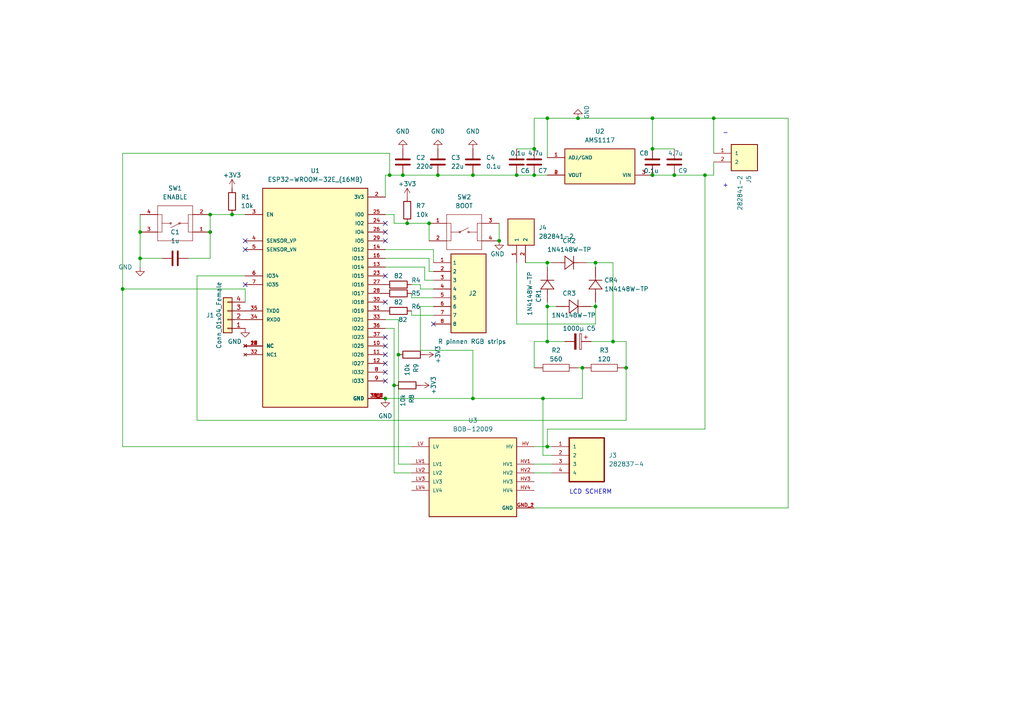
<source format=kicad_sch>
(kicad_sch (version 20211123) (generator eeschema)
  (paper "A4")
  (lib_symbols
    (symbol "1825910-6:1825910-6" (pin_names (offset 1.016) hide)
      (property "Reference" "SW" (at -5.08 5.842 0))
      (property "Value" "1825910-6" (at -5.08 -7.62 0))
      (symbol "1825910-6_0_0"
        (circle (center -1.27 0) (radius 0.254) (stroke (width 0.127)))
        (polyline (pts (xy -5.08 -5.08) (xy 5.08 -5.08)) (stroke (width 0.127)))
        (polyline (pts (xy -5.08 -2.54) (xy -5.08 -5.08)) (stroke (width 0.127)))
        (polyline (pts (xy -5.08 2.54) (xy -5.08 -2.54)) (stroke (width 0.127)))
        (polyline (pts (xy -5.08 2.54) (xy -3.81 2.54)) (stroke (width 0.127)))
        (polyline (pts (xy -5.08 5.08) (xy -5.08 2.54)) (stroke (width 0.127)))
        (polyline (pts (xy -5.08 5.08) (xy 5.08 5.08)) (stroke (width 0.127)))
        (polyline (pts (xy -3.81 -2.54) (xy -5.08 -2.54)) (stroke (width 0.127)))
        (polyline (pts (xy -3.81 0) (xy -3.81 -2.54)) (stroke (width 0.127)))
        (polyline (pts (xy -3.81 0) (xy -1.27 0)) (stroke (width 0.127)))
        (polyline (pts (xy -3.81 2.54) (xy -3.81 0)) (stroke (width 0.127)))
        (polyline (pts (xy -1.27 0) (xy 1.27 1.27)) (stroke (width 0.127)))
        (polyline (pts (xy 1.27 0) (xy 3.81 0)) (stroke (width 0.127)))
        (polyline (pts (xy 3.81 -2.54) (xy 5.08 -2.54)) (stroke (width 0.127)))
        (polyline (pts (xy 3.81 0) (xy 3.81 -2.54)) (stroke (width 0.127)))
        (polyline (pts (xy 3.81 0) (xy 3.81 2.54)) (stroke (width 0.127)))
        (polyline (pts (xy 3.81 2.54) (xy 5.08 2.54)) (stroke (width 0.127)))
        (polyline (pts (xy 5.08 -2.54) (xy 5.08 -5.08)) (stroke (width 0.127)))
        (polyline (pts (xy 5.08 2.54) (xy 5.08 -2.54)) (stroke (width 0.127)))
        (polyline (pts (xy 5.08 5.08) (xy 5.08 2.54)) (stroke (width 0.127)))
        (circle (center 1.27 0) (radius 0.254) (stroke (width 0.127)))
        (pin passive line (at -10.16 2.54 0) (length 5.08) (name "~") (number "1"))
        (pin passive line (at -10.16 -2.54 0) (length 5.08) (name "~") (number "2"))
        (pin passive line (at 10.16 2.54 180) (length 5.08) (name "~") (number "3"))
        (pin passive line (at 10.16 -2.54 180) (length 5.08) (name "~") (number "4"))
      )
    )
    (symbol "1N4148W-TP:1N4148W-TP" (pin_numbers hide) (pin_names (offset 1.016) hide)
      (property "Reference" "CR" (at -2.8194 2.6924 0))
      (property "Value" "1N4148W-TP" (at -3.8862 -5.5372 0))
      (symbol "1N4148W-TP_0_0"
        (polyline (pts (xy 2.54 0) (xy 3.81 0)) (stroke (width 0.2032)))
        (polyline (pts (xy 3.81 -1.905) (xy 6.35 0)) (stroke (width 0.2032)))
        (polyline (pts (xy 3.81 0) (xy 3.81 -1.905)) (stroke (width 0.2032)))
        (polyline (pts (xy 3.81 1.905) (xy 3.81 0)) (stroke (width 0.2032)))
        (polyline (pts (xy 6.35 -1.905) (xy 6.35 0)) (stroke (width 0.2032)))
        (polyline (pts (xy 6.35 0) (xy 3.81 1.905)) (stroke (width 0.2032)))
        (polyline (pts (xy 6.35 0) (xy 6.35 1.905)) (stroke (width 0.2032)))
        (polyline (pts (xy 6.35 0) (xy 7.62 0)) (stroke (width 0.2032)))
        (pin passive line (at 10.16 0 180) (length 2.54) (name "~") (number "1"))
        (pin passive line (at 0 0 0) (length 2.54) (name "~") (number "2"))
      )
    )
    (symbol "282837-4:282837-4" (pin_names (offset 1.016))
      (property "Reference" "J" (at 0 12.7 0))
      (property "Value" "282837-4" (at 0 -10.16 0))
      (symbol "282837-4_0_0"
        (rectangle (start -5.08 -5.08) (end 5.08 7.62) (stroke (width 0.4064)) (fill (type background)))
        (pin passive line (at -10.16 5.08 0) (length 5.08) (name "1") (number "1"))
        (pin passive line (at -10.16 2.54 0) (length 5.08) (name "2") (number "2"))
        (pin passive line (at -10.16 0 0) (length 5.08) (name "3") (number "3"))
        (pin passive line (at -10.16 -2.54 0) (length 5.08) (name "4") (number "4"))
      )
    )
    (symbol "282841-2:282841-2" (pin_names (offset 1.016))
      (property "Reference" "J" (at 0 10.16 0))
      (property "Value" "282841-2" (at 0 -7.62 0))
      (symbol "282841-2_0_0"
        (rectangle (start -5.08 -2.54) (end 2.54 5.08) (stroke (width 0.254)) (fill (type background)))
        (pin passive line (at -10.16 2.54 0) (length 5.08) (name "1") (number "1"))
        (pin passive line (at -10.16 0 0) (length 5.08) (name "2") (number "2"))
      )
    )
    (symbol "282841-5:8_pin_connector"
      (property "Reference" "U" (at -5.08 12.7 0))
      (property "Value" "8_pin_connector" (at 0 -13.97 0))
      (symbol "8_pin_connector_0_0"
        (pin passive line (at -10.16 8.89 0) (length 5.08) (name "1") (number "1"))
        (pin passive line (at -10.16 6.35 0) (length 5.08) (name "2") (number "2"))
        (pin passive line (at -10.16 3.81 0) (length 5.08) (name "3") (number "3"))
        (pin passive line (at -10.16 1.27 0) (length 5.08) (name "4") (number "4"))
        (pin passive line (at -10.16 -1.27 0) (length 5.08) (name "5") (number "5"))
        (pin passive line (at -10.16 -3.81 0) (length 5.08) (name "6") (number "6"))
        (pin passive line (at -10.16 -6.35 0) (length 5.08) (name "7") (number "7"))
        (pin passive line (at -10.16 -8.89 0) (length 5.08) (name "8") (number "8"))
      )
      (symbol "8_pin_connector_0_1"
        (rectangle (start -5.08 11.43) (end 5.08 -11.43))
        (rectangle (start -5.08 11.43) (end 5.08 -11.43) (fill (type background)))
        (polyline (pts (xy -5.08 11.43) (xy -5.08 -11.43) (xy 5.08 -11.43) (xy 5.08 11.43) (xy -5.08 11.43)) (stroke (width 0.254)))
      )
    )
    (symbol "AMS1117:AMS1117" (pin_names (offset 1.016))
      (property "Reference" "U" (at -10.16 5.588 0))
      (property "Value" "AMS1117" (at -10.16 -8.128 0))
      (symbol "AMS1117_0_0"
        (rectangle (start -10.16 -5.08) (end 10.16 5.08) (stroke (width 0.254)) (fill (type background)))
        (pin power_in line (at 15.24 -2.54 180) (length 5.08) (name "ADJ/GND") (number "1"))
        (pin output line (at 15.24 2.54 180) (length 5.08) (name "VOUT") (number "2"))
        (pin input line (at -15.24 2.54 0) (length 5.08) (name "VIN") (number "3"))
        (pin output line (at 15.24 2.54 180) (length 5.08) (name "VOUT") (number "4"))
      )
    )
    (symbol "BOB-12009:BOB-12009" (pin_names (offset 1.016))
      (property "Reference" "U" (at -12.7 11.43 0))
      (property "Value" "BOB-12009" (at -12.7 -15.24 0))
      (symbol "BOB-12009_0_0"
        (rectangle (start -12.7 -12.7) (end 12.7 10.16) (stroke (width 0.254)) (fill (type background)))
        (pin power_in line (at 17.78 -10.16 180) (length 5.08) (name "GND") (number "GND_1"))
        (pin power_in line (at 17.78 -10.16 180) (length 5.08) (name "GND") (number "GND_2"))
        (pin bidirectional line (at 17.78 7.62 180) (length 5.08) (name "HV") (number "HV"))
        (pin bidirectional line (at 17.78 2.54 180) (length 5.08) (name "HV1") (number "HV1"))
        (pin bidirectional line (at 17.78 0 180) (length 5.08) (name "HV2") (number "HV2"))
        (pin bidirectional line (at 17.78 -2.54 180) (length 5.08) (name "HV3") (number "HV3"))
        (pin bidirectional line (at 17.78 -5.08 180) (length 5.08) (name "HV4") (number "HV4"))
        (pin bidirectional line (at -17.78 7.62 0) (length 5.08) (name "LV") (number "LV"))
        (pin bidirectional line (at -17.78 2.54 0) (length 5.08) (name "LV1") (number "LV1"))
        (pin bidirectional line (at -17.78 0 0) (length 5.08) (name "LV2") (number "LV2"))
        (pin bidirectional line (at -17.78 -2.54 0) (length 5.08) (name "LV3") (number "LV3"))
        (pin bidirectional line (at -17.78 -5.08 0) (length 5.08) (name "LV4") (number "LV4"))
      )
    )
    (symbol "Connector_Generic:Conn_01x04" (pin_names (offset 1.016) hide)
      (property "Reference" "J" (at 0 5.08 0))
      (property "Value" "Conn_01x04" (at 0 -7.62 0))
      (symbol "Conn_01x04_1_1"
        (rectangle (start -1.27 -4.953) (end 0 -5.207) (stroke (width 0.1524)))
        (rectangle (start -1.27 -2.413) (end 0 -2.667) (stroke (width 0.1524)))
        (rectangle (start -1.27 0.127) (end 0 -0.127) (stroke (width 0.1524)))
        (rectangle (start -1.27 2.667) (end 0 2.413) (stroke (width 0.1524)))
        (rectangle (start -1.27 3.81) (end 1.27 -6.35) (stroke (width 0.254)) (fill (type background)))
        (pin passive line (at -5.08 2.54 0) (length 3.81) (name "Pin_1") (number "1"))
        (pin passive line (at -5.08 0 0) (length 3.81) (name "Pin_2") (number "2"))
        (pin passive line (at -5.08 -2.54 0) (length 3.81) (name "Pin_3") (number "3"))
        (pin passive line (at -5.08 -5.08 0) (length 3.81) (name "Pin_4") (number "4"))
      )
    )
    (symbol "Device:C" (pin_numbers hide) (pin_names (offset 0.254))
      (property "Reference" "C" (at 0.635 2.54 0))
      (property "Value" "C" (at 0.635 -2.54 0))
      (symbol "C_0_1"
        (polyline (pts (xy -2.032 -0.762) (xy 2.032 -0.762)) (stroke (width 0.508)))
        (polyline (pts (xy -2.032 0.762) (xy 2.032 0.762)) (stroke (width 0.508)))
      )
      (symbol "C_1_1"
        (pin passive line (at 0 3.81 270) (length 2.794) (name "~") (number "1"))
        (pin passive line (at 0 -3.81 90) (length 2.794) (name "~") (number "2"))
      )
    )
    (symbol "Device:C_Polarized" (pin_numbers hide) (pin_names (offset 0.254))
      (property "Reference" "C" (at 0.635 2.54 0))
      (property "Value" "C_Polarized" (at 0.635 -2.54 0))
      (symbol "C_Polarized_0_1"
        (rectangle (start -2.286 0.508) (end 2.286 1.016))
        (polyline (pts (xy -1.778 2.286) (xy -0.762 2.286)))
        (polyline (pts (xy -1.27 2.794) (xy -1.27 1.778)))
        (rectangle (start 2.286 -0.508) (end -2.286 -1.016) (fill (type outline)))
      )
      (symbol "C_Polarized_1_1"
        (pin passive line (at 0 3.81 270) (length 2.794) (name "~") (number "1"))
        (pin passive line (at 0 -3.81 90) (length 2.794) (name "~") (number "2"))
      )
    )
    (symbol "Device:R" (pin_numbers hide) (pin_names (offset 0))
      (property "Reference" "R" (at 2.032 0 90))
      (property "Value" "R" (at 0 0 90))
      (symbol "R_0_1"
        (rectangle (start -1.016 -2.54) (end 1.016 2.54) (stroke (width 0.254)))
      )
      (symbol "R_1_1"
        (pin passive line (at 0 3.81 270) (length 1.27) (name "~") (number "1"))
        (pin passive line (at 0 -3.81 90) (length 1.27) (name "~") (number "2"))
      )
    )
    (symbol "ESP32-WROOM-32E__16MB_:ESP32-WROOM-32E_(16MB)" (pin_names (offset 1.016))
      (property "Reference" "U" (at -15.24 33.909 0))
      (property "Value" "ESP32-WROOM-32E_(16MB)" (at -15.24 -33.02 0))
      (symbol "ESP32-WROOM-32E_(16MB)_0_0"
        (rectangle (start -15.24 -30.48) (end 15.24 33.02) (stroke (width 0.254)) (fill (type background)))
        (pin power_in line (at 20.32 -27.94 180) (length 5.08) (name "GND") (number "1"))
        (pin bidirectional line (at 20.32 -12.7 180) (length 5.08) (name "IO25") (number "10"))
        (pin bidirectional line (at 20.32 -15.24 180) (length 5.08) (name "IO26") (number "11"))
        (pin bidirectional line (at 20.32 -17.78 180) (length 5.08) (name "IO27") (number "12"))
        (pin bidirectional line (at 20.32 10.16 180) (length 5.08) (name "IO14") (number "13"))
        (pin bidirectional line (at 20.32 15.24 180) (length 5.08) (name "IO12") (number "14"))
        (pin power_in line (at 20.32 -27.94 180) (length 5.08) (name "GND") (number "15"))
        (pin bidirectional line (at 20.32 12.7 180) (length 5.08) (name "IO13") (number "16"))
        (pin no_connect line (at -20.32 -12.7 0) (length 5.08) (name "NC") (number "17"))
        (pin no_connect line (at -20.32 -12.7 0) (length 5.08) (name "NC") (number "18"))
        (pin no_connect line (at -20.32 -12.7 0) (length 5.08) (name "NC") (number "19"))
        (pin power_in line (at 20.32 30.48 180) (length 5.08) (name "3V3") (number "2"))
        (pin no_connect line (at -20.32 -12.7 0) (length 5.08) (name "NC") (number "20"))
        (pin no_connect line (at -20.32 -12.7 0) (length 5.08) (name "NC") (number "21"))
        (pin no_connect line (at -20.32 -12.7 0) (length 5.08) (name "NC") (number "22"))
        (pin bidirectional line (at 20.32 7.62 180) (length 5.08) (name "IO15") (number "23"))
        (pin bidirectional line (at 20.32 22.86 180) (length 5.08) (name "IO2") (number "24"))
        (pin bidirectional line (at 20.32 25.4 180) (length 5.08) (name "IO0") (number "25"))
        (pin bidirectional line (at 20.32 20.32 180) (length 5.08) (name "IO4") (number "26"))
        (pin bidirectional line (at 20.32 5.08 180) (length 5.08) (name "IO16") (number "27"))
        (pin bidirectional line (at 20.32 2.54 180) (length 5.08) (name "IO17") (number "28"))
        (pin bidirectional line (at 20.32 17.78 180) (length 5.08) (name "IO5") (number "29"))
        (pin input line (at -20.32 25.4 0) (length 5.08) (name "EN") (number "3"))
        (pin bidirectional line (at 20.32 0 180) (length 5.08) (name "IO18") (number "30"))
        (pin bidirectional line (at 20.32 -2.54 180) (length 5.08) (name "IO19") (number "31"))
        (pin no_connect line (at -20.32 -15.24 0) (length 5.08) (name "NC1") (number "32"))
        (pin bidirectional line (at 20.32 -5.08 180) (length 5.08) (name "IO21") (number "33"))
        (pin bidirectional line (at -20.32 -5.08 0) (length 5.08) (name "RXD0") (number "34"))
        (pin bidirectional line (at -20.32 -2.54 0) (length 5.08) (name "TXD0") (number "35"))
        (pin bidirectional line (at 20.32 -7.62 180) (length 5.08) (name "IO22") (number "36"))
        (pin bidirectional line (at 20.32 -10.16 180) (length 5.08) (name "IO23") (number "37"))
        (pin power_in line (at 20.32 -27.94 180) (length 5.08) (name "GND") (number "38"))
        (pin power_in line (at 20.32 -27.94 180) (length 5.08) (name "GND") (number "39_1"))
        (pin power_in line (at 20.32 -27.94 180) (length 5.08) (name "GND") (number "39_2"))
        (pin power_in line (at 20.32 -27.94 180) (length 5.08) (name "GND") (number "39_3"))
        (pin power_in line (at 20.32 -27.94 180) (length 5.08) (name "GND") (number "39_4"))
        (pin power_in line (at 20.32 -27.94 180) (length 5.08) (name "GND") (number "39_5"))
        (pin power_in line (at 20.32 -27.94 180) (length 5.08) (name "GND") (number "39_6"))
        (pin power_in line (at 20.32 -27.94 180) (length 5.08) (name "GND") (number "39_7"))
        (pin power_in line (at 20.32 -27.94 180) (length 5.08) (name "GND") (number "39_8"))
        (pin power_in line (at 20.32 -27.94 180) (length 5.08) (name "GND") (number "39_9"))
        (pin input line (at -20.32 17.78 0) (length 5.08) (name "SENSOR_VP") (number "4"))
        (pin input line (at -20.32 15.24 0) (length 5.08) (name "SENSOR_VN") (number "5"))
        (pin input line (at -20.32 7.62 0) (length 5.08) (name "IO34") (number "6"))
        (pin input line (at -20.32 5.08 0) (length 5.08) (name "IO35") (number "7"))
        (pin bidirectional line (at 20.32 -20.32 180) (length 5.08) (name "IO32") (number "8"))
        (pin bidirectional line (at 20.32 -22.86 180) (length 5.08) (name "IO33") (number "9"))
      )
    )
    (symbol "power:+3V3" (power) (pin_names (offset 0))
      (property "Value" "+3V3" (at 0 3.556 0))
      (symbol "+3V3_0_1"
        (polyline (pts (xy -0.762 1.27) (xy 0 2.54)))
        (polyline (pts (xy 0 0) (xy 0 2.54)))
        (polyline (pts (xy 0 2.54) (xy 0.762 1.27)))
      )
      (symbol "+3V3_1_1"
        (pin power_in line (at 0 0 90) (length 0) hide (name "+3V3") (number "1"))
      )
    )
    (symbol "power:GND" (power) (pin_names (offset 0))
      (property "Value" "GND" (at 0 -3.81 0))
      (symbol "GND_0_1"
        (polyline (pts (xy 0 0) (xy 0 -1.27) (xy 1.27 -1.27) (xy 0 -2.54) (xy -1.27 -1.27) (xy 0 -1.27)))
      )
      (symbol "GND_1_1"
        (pin power_in line (at 0 0 270) (length 0) hide (name "GND") (number "1"))
      )
    )
    (symbol "pspice:R" (pin_numbers hide) (pin_names (offset 0))
      (property "Reference" "R" (at 2.032 0 90))
      (property "Value" "R" (at 0 0 90))
      (symbol "R_0_1"
        (rectangle (start -1.016 3.81) (end 1.016 -3.81))
      )
      (symbol "R_1_1"
        (pin passive line (at 0 6.35 270) (length 2.54) (name "~") (number "1"))
        (pin passive line (at 0 -6.35 90) (length 2.54) (name "~") (number "2"))
      )
    )
  )
  (junction (at 172.72 76.2))
  (junction (at 172.72 88.9))
  (junction (at 111.76 115.57))
  (junction (at 40.64 74.93))
  (junction (at 137.16 50.8))
  (junction (at 124.46 64.77))
  (junction (at 189.23 50.8))
  (junction (at 114.3 111.76))
  (junction (at 168.91 106.68))
  (junction (at 60.96 67.31))
  (junction (at 40.64 67.31))
  (junction (at 181.61 106.68))
  (junction (at 189.23 34.29))
  (junction (at 158.75 76.2))
  (junction (at 189.23 43.18))
  (junction (at 144.78 69.85))
  (junction (at 60.96 62.23))
  (junction (at 167.64 34.29))
  (junction (at 158.75 99.06))
  (junction (at 157.48 115.57))
  (junction (at 149.86 50.8))
  (junction (at 35.56 83.82))
  (junction (at 158.75 88.9))
  (junction (at 115.57 102.87))
  (junction (at 207.01 34.29))
  (junction (at 195.58 50.8))
  (junction (at 158.75 129.54))
  (junction (at 118.11 64.77))
  (junction (at 137.16 115.57))
  (junction (at 158.75 34.29))
  (junction (at 116.84 50.8))
  (junction (at 204.47 50.8))
  (junction (at 177.8 99.06))
  (junction (at 154.94 50.8))
  (junction (at 113.03 50.8))
  (junction (at 154.94 43.18))
  (junction (at 67.31 62.23))
  (junction (at 127 50.8))
  (no_connect (at 71.12 82.55))
  (no_connect (at 111.76 110.49))
  (no_connect (at 111.76 80.01))
  (no_connect (at 111.76 97.79))
  (no_connect (at 71.12 72.39))
  (no_connect (at 71.12 69.85))
  (no_connect (at 111.76 87.63))
  (no_connect (at 111.76 102.87))
  (no_connect (at 111.76 100.33))
  (no_connect (at 111.76 67.31))
  (no_connect (at 111.76 69.85))
  (no_connect (at 125.73 93.98))
  (no_connect (at 111.76 105.41))
  (no_connect (at 111.76 107.95))
  (no_connect (at 111.76 64.77))
  (wire (pts (xy 158.75 87.63) (xy 158.75 88.9)))
  (wire (pts (xy 67.31 62.23) (xy 71.12 62.23)))
  (wire (pts (xy 125.73 72.39) (xy 125.73 76.2)))
  (wire (pts (xy 228.6 34.29) (xy 207.01 34.29)))
  (wire (pts (xy 149.86 50.8) (xy 154.94 50.8)))
  (wire (pts (xy 114.3 62.23) (xy 114.3 64.77)))
  (wire (pts (xy 113.03 44.45) (xy 113.03 50.8)))
  (wire (pts (xy 172.72 76.2) (xy 172.72 77.47)))
  (wire (pts (xy 158.75 88.9) (xy 158.75 99.06)))
  (wire (pts (xy 119.38 137.16) (xy 114.3 137.16)))
  (wire (pts (xy 54.61 74.93) (xy 60.96 74.93)))
  (wire (pts (xy 167.64 34.29) (xy 158.75 34.29)))
  (wire (pts (xy 189.23 34.29) (xy 167.64 34.29)))
  (wire (pts (xy 111.76 50.8) (xy 113.03 50.8)))
  (wire (pts (xy 204.47 50.8) (xy 204.47 124.46)))
  (wire (pts (xy 154.94 137.16) (xy 160.02 137.16)))
  (wire (pts (xy 158.75 34.29) (xy 158.75 45.72)))
  (wire (pts (xy 124.46 78.74) (xy 125.73 78.74)))
  (wire (pts (xy 181.61 106.68) (xy 181.61 99.06)))
  (wire (pts (xy 116.84 50.8) (xy 127 50.8)))
  (wire (pts (xy 171.45 88.9) (xy 172.72 88.9)))
  (wire (pts (xy 121.92 83.82) (xy 125.73 83.82)))
  (wire (pts (xy 181.61 99.06) (xy 177.8 99.06)))
  (wire (pts (xy 119.38 86.36) (xy 125.73 86.36)))
  (wire (pts (xy 113.03 50.8) (xy 116.84 50.8)))
  (wire (pts (xy 195.58 50.8) (xy 204.47 50.8)))
  (wire (pts (xy 168.91 106.68) (xy 168.91 115.57)))
  (wire (pts (xy 189.23 43.18) (xy 189.23 34.29)))
  (wire (pts (xy 137.16 115.57) (xy 157.48 115.57)))
  (wire (pts (xy 71.12 87.63) (xy 71.12 83.82)))
  (wire (pts (xy 170.18 76.2) (xy 172.72 76.2)))
  (wire (pts (xy 171.45 99.06) (xy 177.8 99.06)))
  (wire (pts (xy 157.48 132.08) (xy 160.02 132.08)))
  (wire (pts (xy 115.57 92.71) (xy 111.76 92.71)))
  (wire (pts (xy 157.48 115.57) (xy 157.48 132.08)))
  (wire (pts (xy 111.76 72.39) (xy 125.73 72.39)))
  (wire (pts (xy 40.64 74.93) (xy 40.64 77.47)))
  (wire (pts (xy 189.23 43.18) (xy 195.58 43.18)))
  (wire (pts (xy 114.3 64.77) (xy 118.11 64.77)))
  (wire (pts (xy 40.64 67.31) (xy 40.64 62.23)))
  (wire (pts (xy 114.3 95.25) (xy 111.76 95.25)))
  (wire (pts (xy 154.94 134.62) (xy 160.02 134.62)))
  (wire (pts (xy 35.56 83.82) (xy 35.56 44.45)))
  (wire (pts (xy 207.01 46.99) (xy 207.01 50.8)))
  (wire (pts (xy 111.76 77.47) (xy 123.19 77.47)))
  (wire (pts (xy 119.38 82.55) (xy 121.92 82.55)))
  (wire (pts (xy 158.75 99.06) (xy 163.83 99.06)))
  (wire (pts (xy 154.94 34.29) (xy 154.94 43.18)))
  (wire (pts (xy 158.75 34.29) (xy 154.94 34.29)))
  (wire (pts (xy 111.76 50.8) (xy 111.76 57.15)))
  (wire (pts (xy 123.19 81.28) (xy 125.73 81.28)))
  (wire (pts (xy 119.38 90.17) (xy 119.38 91.44)))
  (wire (pts (xy 119.38 134.62) (xy 115.57 134.62)))
  (wire (pts (xy 204.47 50.8) (xy 207.01 50.8)))
  (wire (pts (xy 127 50.8) (xy 137.16 50.8)))
  (wire (pts (xy 207.01 34.29) (xy 189.23 34.29)))
  (wire (pts (xy 124.46 74.93) (xy 124.46 78.74)))
  (wire (pts (xy 181.61 106.68) (xy 181.61 121.92)))
  (wire (pts (xy 123.19 77.47) (xy 123.19 81.28)))
  (wire (pts (xy 40.64 67.31) (xy 40.64 74.93)))
  (wire (pts (xy 60.96 74.93) (xy 60.96 67.31)))
  (wire (pts (xy 172.72 88.9) (xy 172.72 93.98)))
  (wire (pts (xy 111.76 74.93) (xy 124.46 74.93)))
  (wire (pts (xy 35.56 83.82) (xy 35.56 129.54)))
  (wire (pts (xy 35.56 44.45) (xy 113.03 44.45)))
  (wire (pts (xy 152.4 76.2) (xy 158.75 76.2)))
  (wire (pts (xy 40.64 74.93) (xy 46.99 74.93)))
  (wire (pts (xy 189.23 50.8) (xy 195.58 50.8)))
  (wire (pts (xy 154.94 129.54) (xy 158.75 129.54)))
  (wire (pts (xy 228.6 147.32) (xy 228.6 34.29)))
  (wire (pts (xy 115.57 92.71) (xy 115.57 102.87)))
  (wire (pts (xy 172.72 87.63) (xy 172.72 88.9)))
  (wire (pts (xy 144.78 64.77) (xy 144.78 69.85)))
  (wire (pts (xy 158.75 76.2) (xy 158.75 77.47)))
  (wire (pts (xy 172.72 76.2) (xy 177.8 76.2)))
  (wire (pts (xy 157.48 115.57) (xy 168.91 115.57)))
  (wire (pts (xy 207.01 44.45) (xy 207.01 34.29)))
  (wire (pts (xy 158.75 76.2) (xy 160.02 76.2)))
  (wire (pts (xy 154.94 99.06) (xy 158.75 99.06)))
  (wire (pts (xy 121.92 88.9) (xy 121.92 101.6)))
  (wire (pts (xy 125.73 88.9) (xy 121.92 88.9)))
  (wire (pts (xy 158.75 88.9) (xy 161.29 88.9)))
  (wire (pts (xy 149.86 43.18) (xy 154.94 43.18)))
  (wire (pts (xy 57.15 121.92) (xy 181.61 121.92)))
  (wire (pts (xy 114.3 111.76) (xy 114.3 95.25)))
  (wire (pts (xy 124.46 64.77) (xy 124.46 69.85)))
  (wire (pts (xy 121.92 101.6) (xy 137.16 101.6)))
  (wire (pts (xy 57.15 121.92) (xy 57.15 80.01)))
  (wire (pts (xy 158.75 124.46) (xy 204.47 124.46)))
  (wire (pts (xy 114.3 62.23) (xy 111.76 62.23)))
  (wire (pts (xy 60.96 67.31) (xy 60.96 62.23)))
  (wire (pts (xy 35.56 129.54) (xy 119.38 129.54)))
  (wire (pts (xy 71.12 83.82) (xy 35.56 83.82)))
  (wire (pts (xy 177.8 76.2) (xy 177.8 99.06)))
  (wire (pts (xy 154.94 106.68) (xy 154.94 99.06)))
  (wire (pts (xy 154.94 50.8) (xy 158.75 50.8)))
  (wire (pts (xy 158.75 124.46) (xy 158.75 129.54)))
  (wire (pts (xy 167.64 106.68) (xy 168.91 106.68)))
  (wire (pts (xy 114.3 137.16) (xy 114.3 111.76)))
  (wire (pts (xy 60.96 62.23) (xy 67.31 62.23)))
  (wire (pts (xy 158.75 129.54) (xy 160.02 129.54)))
  (wire (pts (xy 111.76 115.57) (xy 137.16 115.57)))
  (wire (pts (xy 137.16 50.8) (xy 149.86 50.8)))
  (wire (pts (xy 57.15 80.01) (xy 71.12 80.01)))
  (wire (pts (xy 119.38 85.09) (xy 119.38 86.36)))
  (wire (pts (xy 121.92 82.55) (xy 121.92 83.82)))
  (wire (pts (xy 118.11 64.77) (xy 124.46 64.77)))
  (wire (pts (xy 137.16 101.6) (xy 137.16 115.57)))
  (wire (pts (xy 154.94 147.32) (xy 228.6 147.32)))
  (wire (pts (xy 119.38 91.44) (xy 125.73 91.44)))
  (wire (pts (xy 115.57 102.87) (xy 115.57 134.62)))
  (wire (pts (xy 149.86 93.98) (xy 172.72 93.98)))
  (wire (pts (xy 149.86 76.2) (xy 149.86 93.98)))
  (text "LCD SCHERM" (at 165.1 143.51 0) (effects (font (size 1.27 1.27)) (justify left bottom)))
  (text "-" (at 209.55 39.37 0) (effects (font (size 1.27 1.27)) (justify left bottom)))
  (text "+" (at 209.55 54.61 0) (effects (font (size 1.27 1.27)) (justify left bottom)))
  (symbol (lib_id "Device:R") (at 115.57 85.09 90) (unit 1)
    (property "Reference" "R5" (at 120.65 85.09 90))
    (property "Value" "82" (at 115.57 87.63 90))
    (property "Footprint" "Resistor_SMD:R_0805_2012Metric_Pad1.20x1.40mm_HandSolder" (effects hide))
  )
  (symbol (lib_id "Connector_Generic:Conn_01x04") (at 66.04 92.71 180) (unit 1)
    (property "Reference" "J1" (at 60.96 91.44 0))
    (property "Value" "Conn_01x04_Female" (at 63.5 91.44 90))
    (property "Footprint" "Connector_PinHeader_2.54mm:PinHeader_1x04_P2.54mm_Vertical" (effects hide))
  )
  (symbol (lib_id "pspice:R") (at 161.29 106.68 90) (unit 1)
    (property "Reference" "R2" (at 161.29 101.6 90))
    (property "Value" "560" (at 161.29 104.14 90))
    (property "Footprint" "Resistor_SMD:R_0805_2012Metric_Pad1.20x1.40mm_HandSolder" (effects hide))
  )
  (symbol (lib_id "1N4148W-TP:1N4148W-TP") (at 172.72 87.63 90) (unit 1)
    (property "Reference" "CR4" (at 175.26 81.28 90) (effects (justify right)))
    (property "Value" "1N4148W-TP" (at 175.26 83.82 90) (effects (justify right)))
    (property "Footprint" "Diode_SMD:D_0603_1608Metric_Pad1.05x0.95mm_HandSolder" (effects hide))
    (property "MANUFACTURER_PART_NUMBER" "1N4148W-TP" (effects hide))
    (property "BUILT_BY" "EMA_Cory" (effects hide))
    (property "VENDOR" "Micro Commercial Co" (effects hide))
    (property "DATASHEET" "https://www.mccsemi.com/pdf/Products/1N4148W(SOD123).pdf" (effects hide))
    (property "COPYRIGHT" "Copyright (C) 2018 Accelerated Designs. All rights reserved" (effects hide))
  )
  (symbol (lib_id "Device:C") (at 149.86 46.99 180) (unit 1)
    (property "Reference" "C6" (at 153.67 49.53 0) (effects (justify left)))
    (property "Value" "0.1u" (at 152.4 44.45 0) (effects (justify left)))
    (property "Footprint" "Capacitor_SMD:C_0805_2012Metric_Pad1.18x1.45mm_HandSolder" (effects hide))
  )
  (symbol (lib_id "Device:R") (at 115.57 90.17 90) (unit 1)
    (property "Reference" "R6" (at 120.65 88.9 90))
    (property "Value" "82" (at 116.84 92.71 90))
    (property "Footprint" "Resistor_SMD:R_0805_2012Metric_Pad1.20x1.40mm_HandSolder" (effects hide))
  )
  (symbol (lib_id "1N4148W-TP:1N4148W-TP") (at 161.29 88.9 0) (unit 1)
    (property "Reference" "CR3" (at 165.1 85.09 0))
    (property "Value" "1N4148W-TP" (at 166.37 91.44 0))
    (property "Footprint" "Diode_SMD:D_0603_1608Metric_Pad1.05x0.95mm_HandSolder" (effects hide))
    (property "MANUFACTURER_PART_NUMBER" "1N4148W-TP" (effects hide))
    (property "BUILT_BY" "EMA_Cory" (effects hide))
    (property "VENDOR" "Micro Commercial Co" (effects hide))
    (property "DATASHEET" "https://www.mccsemi.com/pdf/Products/1N4148W(SOD123).pdf" (effects hide))
    (property "COPYRIGHT" "Copyright (C) 2018 Accelerated Designs. All rights reserved" (effects hide))
  )
  (symbol (lib_id "power:GND") (at 111.76 115.57 0) (unit 1)
    (property "Reference" "#PWR0102" (effects hide))
    (property "Value" "GND" (at 111.76 120.65 0))
  )
  (symbol (lib_id "power:GND") (at 167.64 34.29 180) (unit 1)
    (property "Reference" "#PWR05" (effects hide))
    (property "Value" "GND" (at 170.18 30.48 90) (effects (justify left)))
  )
  (symbol (lib_id "1825910-6:1825910-6") (at 134.62 67.31 0) (unit 1)
    (property "Reference" "SW2" (at 134.62 57.15 0))
    (property "Value" "BOOT" (at 134.62 59.69 0))
    (property "Footprint" "libraries:SW_1825910-6-4" (effects hide))
    (property "Comment" "1825910-6" (effects hide))
  )
  (symbol (lib_id "Device:R") (at 118.11 111.76 270) (unit 1)
    (property "Reference" "R8" (at 119.3801 114.3 0) (effects (justify left)))
    (property "Value" "10k" (at 116.8401 114.3 0) (effects (justify left)))
    (property "Footprint" "Resistor_SMD:R_0805_2012Metric_Pad1.20x1.40mm_HandSolder" (effects hide))
  )
  (symbol (lib_id "power:GND") (at 127 43.18 180) (unit 1)
    (property "Reference" "#PWR0104" (effects hide))
    (property "Value" "GND" (at 127 38.1 0))
  )
  (symbol (lib_id "Device:R") (at 118.11 60.96 0) (unit 1)
    (property "Reference" "R7" (at 120.65 59.6899 0) (effects (justify left)))
    (property "Value" "10k" (at 120.65 62.2299 0) (effects (justify left)))
    (property "Footprint" "Resistor_SMD:R_0805_2012Metric_Pad1.20x1.40mm_HandSolder" (effects hide))
  )
  (symbol (lib_id "1N4148W-TP:1N4148W-TP") (at 158.75 87.63 90) (unit 1)
    (property "Reference" "CR1" (at 156.21 83.82 0) (effects (justify right)))
    (property "Value" "1N4148W-TP" (at 153.67 78.74 0) (effects (justify right)))
    (property "Footprint" "Diode_SMD:D_0603_1608Metric_Pad1.05x0.95mm_HandSolder" (effects hide))
    (property "MANUFACTURER_PART_NUMBER" "1N4148W-TP" (effects hide))
    (property "BUILT_BY" "EMA_Cory" (effects hide))
    (property "VENDOR" "Micro Commercial Co" (effects hide))
    (property "DATASHEET" "https://www.mccsemi.com/pdf/Products/1N4148W(SOD123).pdf" (effects hide))
    (property "COPYRIGHT" "Copyright (C) 2018 Accelerated Designs. All rights reserved" (effects hide))
  )
  (symbol (lib_id "power:GND") (at 116.84 43.18 180) (unit 1)
    (property "Reference" "#PWR0103" (effects hide))
    (property "Value" "GND" (at 116.84 38.1 0))
  )
  (symbol (lib_id "power:GND") (at 137.16 43.18 180) (unit 1)
    (property "Reference" "#PWR0106" (effects hide))
    (property "Value" "GND" (at 137.16 38.1 0))
  )
  (symbol (lib_id "Device:C") (at 154.94 46.99 180) (unit 1)
    (property "Reference" "C7" (at 158.75 49.53 0) (effects (justify left)))
    (property "Value" "4.7u" (at 157.48 44.45 0) (effects (justify left)))
    (property "Footprint" "Capacitor_SMD:C_0805_2012Metric_Pad1.18x1.45mm_HandSolder" (effects hide))
  )
  (symbol (lib_id "power:+3V3") (at 118.11 57.15 0) (unit 1)
    (property "Reference" "#PWR03" (effects hide))
    (property "Value" "+3V3" (at 118.11 53.34 0))
  )
  (symbol (lib_id "Device:C") (at 116.84 46.99 180) (unit 1)
    (property "Reference" "C2" (at 120.65 45.7199 0) (effects (justify right)))
    (property "Value" "220u" (at 120.65 48.2599 0) (effects (justify right)))
    (property "Footprint" "libraries:CAP_EEE0JA101WR" (effects hide))
  )
  (symbol (lib_id "282841-2:282841-2") (at 152.4 66.04 90) (unit 1)
    (property "Reference" "J4" (at 156.21 66.0399 90) (effects (justify right)))
    (property "Value" "282841-2" (at 156.21 68.5799 90) (effects (justify right)))
    (property "Footprint" "libraries:TE_1546215-2" (effects hide))
    (property "Comment" "282841-2" (effects hide))
    (property "EU_RoHS_Compliance" "Compliant with Exemptions" (effects hide))
  )
  (symbol (lib_id "282837-4:282837-4") (at 170.18 134.62 0) (unit 1)
    (property "Reference" "J3" (at 176.53 132.0799 0) (effects (justify left)))
    (property "Value" "282837-4" (at 176.53 134.6199 0) (effects (justify left)))
    (property "Footprint" "libraries:TE_1546215-4" (effects hide))
    (property "Comment" "282837-4" (effects hide))
    (property "EU_RoHS_Compliance" "Compliant with Exemptions" (effects hide))
  )
  (symbol (lib_id "1N4148W-TP:1N4148W-TP") (at 160.02 76.2 0) (unit 1)
    (property "Reference" "CR2" (at 165.1 69.85 0))
    (property "Value" "1N4148W-TP" (at 165.1 72.39 0))
    (property "Footprint" "Diode_SMD:D_0603_1608Metric_Pad1.05x0.95mm_HandSolder" (effects hide))
    (property "MANUFACTURER_PART_NUMBER" "1N4148W-TP" (effects hide))
    (property "BUILT_BY" "EMA_Cory" (effects hide))
    (property "VENDOR" "Micro Commercial Co" (effects hide))
    (property "DATASHEET" "https://www.mccsemi.com/pdf/Products/1N4148W(SOD123).pdf" (effects hide))
    (property "COPYRIGHT" "Copyright (C) 2018 Accelerated Designs. All rights reserved" (effects hide))
  )
  (symbol (lib_id "Device:C") (at 50.8 74.93 90) (unit 1)
    (property "Reference" "C1" (at 50.8 67.31 90))
    (property "Value" "1u" (at 50.8 69.85 90))
    (property "Footprint" "Capacitor_SMD:C_0805_2012Metric_Pad1.18x1.45mm_HandSolder" (effects hide))
  )
  (symbol (lib_id "Device:C") (at 127 46.99 180) (unit 1)
    (property "Reference" "C3" (at 130.81 45.7199 0) (effects (justify right)))
    (property "Value" "22u" (at 130.81 48.2599 0) (effects (justify right)))
    (property "Footprint" "Capacitor_SMD:C_0805_2012Metric_Pad1.18x1.45mm_HandSolder" (effects hide))
  )
  (symbol (lib_id "Device:C") (at 195.58 46.99 180) (unit 1)
    (property "Reference" "C9" (at 199.39 49.53 0) (effects (justify left)))
    (property "Value" "4.7u" (at 198.12 44.45 0) (effects (justify left)))
    (property "Footprint" "Capacitor_SMD:C_0805_2012Metric_Pad1.18x1.45mm_HandSolder" (effects hide))
  )
  (symbol (lib_id "Device:C_Polarized") (at 167.64 99.06 270) (unit 1)
    (property "Reference" "C5" (at 171.45 95.25 90))
    (property "Value" "1000µ" (at 166.37 95.25 90))
    (property "Footprint" "Capacitor_THT:CP_Axial_L26.5mm_D20.0mm_P33.00mm_Horizontal" (effects hide))
  )
  (symbol (lib_id "Device:R") (at 67.31 58.42 0) (unit 1)
    (property "Reference" "R1" (at 69.85 57.1499 0) (effects (justify left)))
    (property "Value" "10k" (at 69.85 59.6899 0) (effects (justify left)))
    (property "Footprint" "Resistor_SMD:R_0805_2012Metric_Pad1.20x1.40mm_HandSolder" (effects hide))
  )
  (symbol (lib_id "power:+3V3") (at 67.31 54.61 0) (unit 1)
    (property "Reference" "#PWR01" (effects hide))
    (property "Value" "+3V3" (at 67.31 50.8 0))
  )
  (symbol (lib_id "Device:R") (at 115.57 82.55 90) (unit 1)
    (property "Reference" "R4" (at 120.65 81.28 90))
    (property "Value" "82" (at 115.57 80.01 90))
    (property "Footprint" "Resistor_SMD:R_0805_2012Metric_Pad1.20x1.40mm_HandSolder" (effects hide))
  )
  (symbol (lib_id "Device:C") (at 189.23 46.99 0) (unit 1)
    (property "Reference" "C8" (at 185.42 44.45 0) (effects (justify left)))
    (property "Value" "0.1u" (at 186.69 49.53 0) (effects (justify left)))
    (property "Footprint" "Capacitor_SMD:C_0805_2012Metric_Pad1.18x1.45mm_HandSolder" (effects hide))
  )
  (symbol (lib_id "power:GND") (at 40.64 77.47 0) (unit 1)
    (property "Reference" "#PWR0101" (effects hide))
    (property "Value" "GND" (at 34.29 77.47 0) (effects (justify left)))
  )
  (symbol (lib_id "power:GND") (at 144.78 69.85 0) (unit 1)
    (property "Reference" "#PWR04" (effects hide))
    (property "Value" "GND" (at 142.24 73.66 0) (effects (justify left)))
  )
  (symbol (lib_id "BOB-12009:BOB-12009") (at 137.16 137.16 0) (unit 1)
    (property "Reference" "U3" (at 137.16 121.92 0))
    (property "Value" "BOB-12009" (at 137.16 124.46 0))
    (property "Footprint" "BOB-12009:CONV_BOB-12009" (effects hide))
    (property "MANUFACTURER" "SparkFun Electronics" (effects hide))
    (property "STANDARD" "Manufacturer Recommendations" (effects hide))
    (property "MAXIMUM_PACKAGE_HEIGHT" "N/A" (effects hide))
    (property "PARTREV" "01" (effects hide))
  )
  (symbol (lib_id "Device:C") (at 137.16 46.99 180) (unit 1)
    (property "Reference" "C4" (at 140.97 45.7199 0) (effects (justify right)))
    (property "Value" "0.1u" (at 140.97 48.26 0) (effects (justify right)))
    (property "Footprint" "Capacitor_SMD:C_0805_2012Metric_Pad1.18x1.45mm_HandSolder" (effects hide))
  )
  (symbol (lib_id "1825910-6:1825910-6") (at 50.8 64.77 180) (unit 1)
    (property "Reference" "SW1" (at 50.8 54.61 0))
    (property "Value" "ENABLE" (at 50.8 57.15 0))
    (property "Footprint" "libraries:SW_1825910-6-4" (effects hide))
    (property "Comment" "1825910-6" (effects hide))
  )
  (symbol (lib_id "282841-2:282841-2") (at 217.17 46.99 0) (unit 1)
    (property "Reference" "J5" (at 217.1701 50.8 90) (effects (justify right)))
    (property "Value" "282841-2" (at 214.6301 50.8 90) (effects (justify right)))
    (property "Footprint" "libraries:TE_1546215-2" (effects hide))
    (property "Comment" "282841-2" (effects hide))
    (property "EU_RoHS_Compliance" "Compliant with Exemptions" (effects hide))
  )
  (symbol (lib_id "AMS1117:AMS1117") (at 173.99 48.26 180) (unit 1)
    (property "Reference" "U2" (at 173.99 38.1 0))
    (property "Value" "AMS1117" (at 173.99 40.64 0))
    (property "Footprint" "libraries:SOT229P700X180-4N" (effects hide))
    (property "MANUFACTURER" "AMS" (effects hide))
    (property "MAXIMUM_PACKAGE_HEIGHT" "1.8mm" (effects hide))
    (property "PARTREV" "N/A" (effects hide))
    (property "STANDARD" "IPC-7351B" (effects hide))
  )
  (symbol (lib_id "power:GND") (at 71.12 95.25 0) (unit 1)
    (property "Reference" "#PWR02" (effects hide))
    (property "Value" "GND" (at 66.04 99.06 0) (effects (justify left)))
  )
  (symbol (lib_id "power:+3V3") (at 121.92 111.76 270) (unit 1)
    (property "Reference" "#PWR0107" (effects hide))
    (property "Value" "+3V3" (at 125.73 111.76 0))
  )
  (symbol (lib_id "282841-5:8_pin_connector") (at 135.89 85.09 0) (unit 1)
    (property "Reference" "J2" (at 135.89 85.09 0) (effects (justify left)))
    (property "Value" "R pinnen RGB strips" (at 127 99.06 0) (effects (justify left)))
    (property "Footprint" "libraries:TE_1546215-8" (effects hide))
  )
  (symbol (lib_id "power:+3V3") (at 123.19 102.87 270) (unit 1)
    (property "Reference" "#PWR0105" (effects hide))
    (property "Value" "+3V3" (at 127 102.87 0))
  )
  (symbol (lib_id "ESP32-WROOM-32E__16MB_:ESP32-WROOM-32E_(16MB)") (at 91.44 87.63 0) (unit 1)
    (property "Reference" "U1" (at 91.44 49.53 0))
    (property "Value" "ESP32-WROOM-32E_(16MB)" (at 91.44 52.07 0))
    (property "Footprint" "libraries:XCVR_ESP32-WROOM-32E_(16MB)" (effects hide))
    (property "PARTREV" "1.4" (effects hide))
    (property "STANDARD" "Manufacturer Recommendations" (effects hide))
    (property "MAXIMUM_PACKAGE_HEIGHT" "3.25mm" (effects hide))
    (property "MANUFACTURER" "Espressif Systems" (effects hide))
  )
  (symbol (lib_id "Device:R") (at 119.38 102.87 270) (unit 1)
    (property "Reference" "R9" (at 120.6501 105.41 0) (effects (justify left)))
    (property "Value" "10k" (at 118.1101 105.41 0) (effects (justify left)))
    (property "Footprint" "Resistor_SMD:R_0805_2012Metric_Pad1.20x1.40mm_HandSolder" (effects hide))
  )
  (symbol (lib_id "pspice:R") (at 175.26 106.68 90) (unit 1)
    (property "Reference" "R3" (at 175.26 101.6 90))
    (property "Value" "120" (at 175.26 104.14 90))
    (property "Footprint" "Resistor_SMD:R_0805_2012Metric_Pad1.20x1.40mm_HandSolder" (effects hide))
  )
)
</source>
